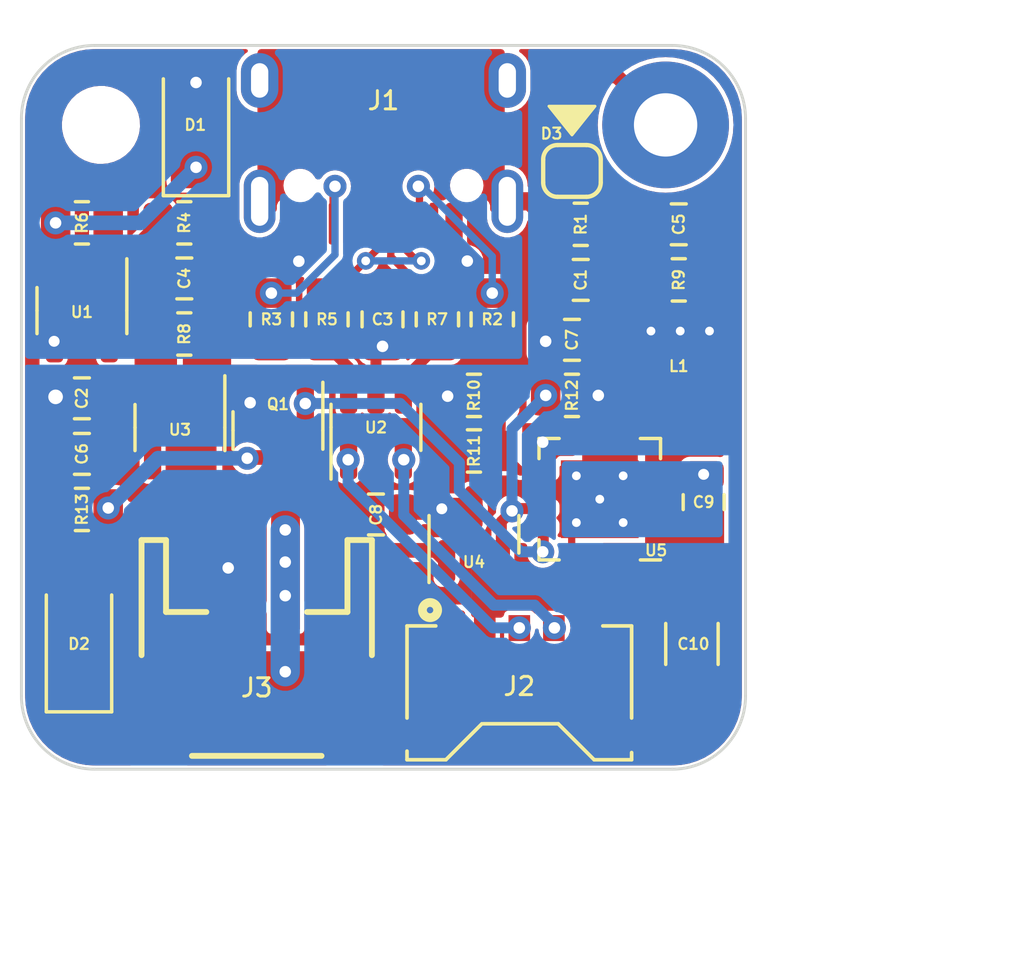
<source format=kicad_pcb>
(kicad_pcb (version 20211014) (generator pcbnew)
  (title_block (title "Luna65 Daughter Board") (date "2022-03-04") (rev "C") (company "Neil Khera"))
  (layers (0 "F.Cu" mixed) (31 "B.Cu" mixed) (34 "B.Paste" user) (35 "F.Paste" user) (36 "B.SilkS" user "B.Silkscreen") (37 "F.SilkS" user "F.Silkscreen") (38 "B.Mask" user) (39 "F.Mask" user) (44 "Edge.Cuts" user))
  (net 0 "")
  (net 1 "GND")
  (net 2 "/SHIELD")
  (net 3 "Net-(D1-Pad1)")
  (net 4 "VUSB")
  (net 5 "CASE")
  (net 6 "Net-(J1-PadA5)")
  (net 7 "DBus+")
  (net 8 "DBus-")
  (net 10 "Net-(J1-PadB5)")
  (net 12 "3.3V")
  (net 13 "Net-(R4-Pad1)")
  (net 14 "/DN")
  (net 15 "Net-(R6-Pad1)")
  (net 16 "/DP")
  (net 17 "Net-(R8-Pad2)")
  (net 18 "Net-(C5-Pad1)")
  (net 19 "D-")
  (net 20 "D+")
  (net 22 "VBAT")
  (net 23 "5V")
  (net 24 "Net-(R10-Pad2)")
  (net 25 "Net-(L1-Pad2)")
  (net 26 "Net-(D2-Pad2)")
  (net 27 "/LBO")
  (net 28 "Net-(Q1-Pad3)")
  (net 29 "/EN")
  (footprint "LED_SMD:LED_1206_3216Metric_Pad1.42x1.75mm_HandSolder" (layer "F.Cu") (at 96.2914 52.6542 90)
    (fp_text reference "D1" (at 0 -0.0254) (layer "F.SilkS") (effects (font (size 0.381 0.381) (thickness 0.0762))))
    (fp_text value "Green")
    (pad "1" smd roundrect (at -1.4875 0 90) (size 1.425 1.75) (layers "F.Cu" "F.Paste" "F.Mask") (roundrect_rratio 0.1754392982) (net 3 "Net-(D1-Pad1)"))
    (pad "2" smd roundrect (at 1.4875 0 90) (size 1.425 1.75) (layers "F.Cu" "F.Paste" "F.Mask") (roundrect_rratio 0.1754392982) (net 4 "VUSB"))
  )
  (footprint "Package_TO_SOT_SMD:SOT-23" (layer "F.Cu") (at 105.9434 66.8782 90)
    (fp_text reference "U4" (at -0.9652 0 180) (layer "F.SilkS") (effects (font (size 0.381 0.381) (thickness 0.0762))))
    (fp_text value "APX803L")
    (pad "1" smd roundrect (at -0.9375 -0.95 90) (size 1.475 0.6) (layers "F.Cu" "F.Paste" "F.Mask") (net 1 "GND"))
    (pad "2" smd roundrect (at -0.9375 0.95 90) (size 1.475 0.6) (layers "F.Cu" "F.Paste" "F.Mask") (net 29 "/EN"))
    (pad "3" smd roundrect (at 0.9375 0 90) (size 1.475 0.6) (layers "F.Cu" "F.Paste" "F.Mask") (net 22 "VBAT"))
  )
  (footprint "acheron_Components:C_0805_2012Metric" (layer "F.Cu") (at 102.5398 66.1901 180)
    (fp_text reference "C8" (at -0.0047 -0.0096 90) (layer "F.SilkS") (effects (font (size 0.381 0.381) (thickness 0.0762))))
    (fp_text value "10uF")
    (pad "1" smd roundrect locked (at -0.9375 0 180) (size 0.975 1.4) (layers "F.Cu" "F.Paste" "F.Mask") (net 22 "VBAT"))
    (pad "2" smd roundrect locked (at 0.9375 0 180) (size 0.975 1.4) (layers "F.Cu" "F.Paste" "F.Mask") (net 1 "GND"))
  )
  (footprint "Resistor_SMD:R_0805_2012Metric" (layer "F.Cu") (at 105.9434 63.9826 180)
    (fp_text reference "R11" (at 0 0 90) (layer "F.SilkS") (effects (font (size 0.381 0.381) (thickness 0.0762))))
    (fp_text value "390K")
    (pad "1" smd roundrect (at -0.9125 0 180) (size 1.025 1.4) (layers "F.Cu" "F.Paste" "F.Mask") (roundrect_rratio 0.243902439) (net 24 "Net-(R10-Pad2)"))
    (pad "2" smd roundrect (at 0.9125 0 180) (size 1.025 1.4) (layers "F.Cu" "F.Paste" "F.Mask") (roundrect_rratio 0.243902439) (net 1 "GND"))
  )
  (footprint "Resistor_SMD:R_0805_2012Metric" (layer "F.Cu") (at 105.9434 62.0522)
    (fp_text reference "R10" (at 0 0 90) (layer "F.SilkS") (effects (font (size 0.381 0.381) (thickness 0.0762))))
    (fp_text value "2.34M")
    (pad "1" smd roundrect (at -0.9125 0) (size 1.025 1.4) (layers "F.Cu" "F.Paste" "F.Mask") (roundrect_rratio 0.243902439) (net 22 "VBAT"))
    (pad "2" smd roundrect (at 0.9125 0) (size 1.025 1.4) (layers "F.Cu" "F.Paste" "F.Mask") (roundrect_rratio 0.243902439) (net 24 "Net-(R10-Pad2)"))
  )
  (footprint "Resistor_SMD:R_0805_2012Metric" (layer "F.Cu") (at 113.0554 58.039 180)
    (fp_text reference "R9" (at 0 0 90) (layer "F.SilkS") (effects (font (size 0.381 0.381) (thickness 0.0762))))
    (fp_text value "1M")
    (pad "1" smd roundrect (at -0.9125 0 180) (size 1.025 1.4) (layers "F.Cu" "F.Paste" "F.Mask") (roundrect_rratio 0.243902439) (net 1 "GND"))
    (pad "2" smd roundrect (at 0.9125 0 180) (size 1.025 1.4) (layers "F.Cu" "F.Paste" "F.Mask") (roundrect_rratio 0.243902439) (net 18 "Net-(C5-Pad1)"))
  )
  (footprint "acheron_Components:C_0805_2012Metric" (layer "F.Cu") (at 109.6518 58.039 180)
    (fp_text reference "C1" (at 0 0 90) (layer "F.SilkS") (effects (font (size 0.381 0.381) (thickness 0.0762))))
    (fp_text value "4.7nF")
    (pad "1" smd roundrect locked (at -0.9375 0 180) (size 0.975 1.4) (layers "F.Cu" "F.Paste" "F.Mask") (net 1 "GND"))
    (pad "2" smd roundrect locked (at 0.9375 0 180) (size 0.975 1.4) (layers "F.Cu" "F.Paste" "F.Mask") (net 2 "/SHIELD"))
  )
  (footprint "acheron_Components:C_0805_2012Metric" (layer "F.Cu") (at 102.7684 59.4106 -90)
    (fp_text reference "C3" (at 0 0) (layer "F.SilkS") (effects (font (size 0.381 0.381) (thickness 0.0762))))
    (fp_text value "0.1uF")
    (pad "1" smd roundrect locked (at -0.9375 0 270) (size 0.975 1.4) (layers "F.Cu" "F.Paste" "F.Mask") (net 1 "GND"))
    (pad "2" smd roundrect locked (at 0.9375 0 270) (size 0.975 1.4) (layers "F.Cu" "F.Paste" "F.Mask") (net 4 "VUSB"))
  )
  (footprint "Capacitor_SMD:C_1206_3216Metric" (layer "F.Cu") (at 113.5126 70.6882 -90)
    (fp_text reference "C10" (at 0 -0.0508 180) (layer "F.SilkS") (effects (font (size 0.381 0.381) (thickness 0.0762))))
    (fp_text value "220uF")
    (pad "1" smd roundrect (at -1.475 0 270) (size 1.15 1.8) (layers "F.Cu" "F.Paste" "F.Mask") (roundrect_rratio 0.2173913043) (net 23 "5V"))
    (pad "2" smd roundrect (at 1.475 0 270) (size 1.15 1.8) (layers "F.Cu" "F.Paste" "F.Mask") (roundrect_rratio 0.2173913043) (net 1 "GND"))
  )
  (footprint "acheron_Components:C_0805_2012Metric" (layer "F.Cu") (at 92.329 64.0842 180)
    (fp_text reference "C6" (at 0.0023 0 90) (layer "F.SilkS") (effects (font (size 0.381 0.381) (thickness 0.0762))))
    (fp_text value "1uF")
    (pad "1" smd roundrect locked (at -0.9375 0 180) (size 0.975 1.4) (layers "F.Cu" "F.Paste" "F.Mask") (net 12 "3.3V"))
    (pad "2" smd roundrect locked (at 0.9375 0 180) (size 0.975 1.4) (layers "F.Cu" "F.Paste" "F.Mask") (net 1 "GND"))
  )
  (footprint "Package_TO_SOT_SMD:SOT-23" (layer "F.Cu") (at 99.1362 63.2714 -90)
    (fp_text reference "Q1" (at -0.9144 0 180) (layer "F.SilkS") (effects (font (size 0.381 0.381) (thickness 0.0762))))
    (fp_text value "MMUN2133LT1G")
    (pad "1" smd roundrect (at -0.9375 -0.95 270) (size 1.475 0.6) (layers "F.Cu" "F.Paste" "F.Mask") (net 27 "/LBO"))
    (pad "2" smd roundrect (at -0.9375 0.95 270) (size 1.475 0.6) (layers "F.Cu" "F.Paste" "F.Mask") (net 22 "VBAT"))
    (pad "3" smd roundrect (at 0.9375 0 270) (size 1.475 0.6) (layers "F.Cu" "F.Paste" "F.Mask") (net 28 "Net-(Q1-Pad3)"))
  )
  (footprint "Luna65:MOLEX_78171-0005" (layer "F.Cu") (at 107.5182 72.011743)
    (fp_text reference "J2" (at 0 0.149648) (layer "F.SilkS") (effects (font (size 0.635 0.635) (thickness 0.1016))))
    (fp_text value "Molex Power")
    (pad "1" smd rect locked (at -2.4 -1.875) (size 0.75 0.9) (layers "F.Cu" "F.Paste" "F.Mask") (net 12 "3.3V"))
    (pad "2" smd rect locked (at -1.2 -1.875) (size 0.75 0.9) (layers "F.Cu" "F.Paste" "F.Mask") (net 23 "5V"))
    (pad "3" smd rect locked (at 0 -1.875) (size 0.75 0.9) (layers "F.Cu" "F.Paste" "F.Mask") (net 19 "D-"))
    (pad "4" smd rect locked (at 1.2 -1.875) (size 0.75 0.9) (layers "F.Cu" "F.Paste" "F.Mask") (net 20 "D+"))
    (pad "5" smd rect locked (at 2.4 -1.875) (size 0.75 0.9) (layers "F.Cu" "F.Paste" "F.Mask") (net 1 "GND"))
    (pad "P$6" smd rect locked (at -3.6 1.875) (size 0.75 0.85) (layers "F.Cu" "F.Paste" "F.Mask"))
    (pad "P$7" smd rect locked (at 3.575 1.875) (size 0.75 0.85) (layers "F.Cu" "F.Paste" "F.Mask"))
  )
  (footprint "Resistor_SMD:R_0805_2012Metric" (layer "F.Cu") (at 100.838 59.4106 -90)
    (fp_text reference "R5" (at 0 0) (layer "F.SilkS") (effects (font (size 0.381 0.381) (thickness 0.0762))))
    (fp_text value "22")
    (pad "1" smd roundrect (at -0.9125 0 270) (size 1.025 1.4) (layers "F.Cu" "F.Paste" "F.Mask") (roundrect_rratio 0.243902439) (net 8 "DBus-"))
    (pad "2" smd roundrect (at 0.9125 0 270) (size 1.025 1.4) (layers "F.Cu" "F.Paste" "F.Mask") (roundrect_rratio 0.243902439) (net 14 "/DN"))
  )
  (footprint "acheron_Components:C_0805_2012Metric" (layer "F.Cu") (at 109.347 60.1218)
    (fp_text reference "C7" (at 0 0 90) (layer "F.SilkS") (effects (font (size 0.381 0.381) (thickness 0.0762))))
    (fp_text value "0.1uF")
    (pad "1" smd roundrect locked (at -0.9375 0) (size 0.975 1.4) (layers "F.Cu" "F.Paste" "F.Mask") (net 22 "VBAT"))
    (pad "2" smd roundrect locked (at 0.9375 0) (size 0.975 1.4) (layers "F.Cu" "F.Paste" "F.Mask") (net 1 "GND"))
  )
  (footprint "acheron_Components:C_0805_2012Metric" (layer "F.Cu") (at 92.329 62.1538 180)
    (fp_text reference "C2" (at 0.0023 0 90) (layer "F.SilkS") (effects (font (size 0.381 0.381) (thickness 0.0762))))
    (fp_text value "10uF")
    (pad "1" smd roundrect locked (at -0.9375 0 180) (size 0.975 1.4) (layers "F.Cu" "F.Paste" "F.Mask") (net 1 "GND"))
    (pad "2" smd roundrect locked (at 0.9375 0 180) (size 0.975 1.4) (layers "F.Cu" "F.Paste" "F.Mask") (net 22 "VBAT"))
  )
  (footprint "Resistor_SMD:R_0805_2012Metric" (layer "F.Cu") (at 92.329 66.0146 180)
    (fp_text reference "R13" (at 0 0 90) (layer "F.SilkS") (effects (font (size 0.381 0.381) (thickness 0.0762))))
    (fp_text value "1K")
    (pad "1" smd roundrect (at -0.9125 0 180) (size 1.025 1.4) (layers "F.Cu" "F.Paste" "F.Mask") (roundrect_rratio 0.243902439) (net 28 "Net-(Q1-Pad3)"))
    (pad "2" smd roundrect (at 0.9125 0 180) (size 1.025 1.4) (layers "F.Cu" "F.Paste" "F.Mask") (roundrect_rratio 0.243902439) (net 26 "Net-(D2-Pad2)"))
  )
  (footprint "MountingHole:MountingHole_2.2mm_M2" (layer "F.Cu") (at 92.9894 52.6542)
    (fp_text reference "H1" hide)
    (fp_text value "MountingHole")
    (pad "" np_thru_hole circle (at 0 0) (size 2.2 2.2) (drill 2.2) (layers *.Cu *.Mask))
  )
  (footprint "acheron_Components:D_SOD-123" (layer "F.Cu") (at 109.347 52.6034 90)
    (fp_text reference "D3" (at -0.354 -0.7112 unlocked) (layer "F.SilkS") (effects (font (size 0.381 0.381) (thickness 0.0762))))
    (fp_text value "1N4148W")
    (pad "1" smd roundrect (at -1.65 0 90) (size 1 1.2) (layers "F.Cu" "F.Paste" "F.Mask") (net 18 "Net-(C5-Pad1)"))
    (pad "2" smd roundrect (at 1.65 0 90) (size 1 1.2) (layers "F.Cu" "F.Paste" "F.Mask") (net 5 "CASE"))
  )
  (footprint "Resistor_SMD:R_0805_2012Metric" (layer "F.Cu") (at 109.6518 56.1086)
    (fp_text reference "R1" (at 0 0 90) (layer "F.SilkS") (effects (font (size 0.381 0.381) (thickness 0.0762))))
    (fp_text value "1M")
    (pad "1" smd roundrect (at -0.9125 0) (size 1.025 1.4) (layers "F.Cu" "F.Paste" "F.Mask") (roundrect_rratio 0.243902439) (net 2 "/SHIELD"))
    (pad "2" smd roundrect (at 0.9125 0) (size 1.025 1.4) (layers "F.Cu" "F.Paste" "F.Mask") (roundrect_rratio 0.243902439) (net 1 "GND"))
  )
  (footprint "Resistor_SMD:R_0805_2012Metric" (layer "F.Cu") (at 95.885 56.0578)
    (fp_text reference "R4" (at 0 0 90) (layer "F.SilkS") (effects (font (size 0.381 0.381) (thickness 0.0762))))
    (fp_text value "2K")
    (pad "1" smd roundrect (at -0.9125 0) (size 1.025 1.4) (layers "F.Cu" "F.Paste" "F.Mask") (roundrect_rratio 0.243902439) (net 13 "Net-(R4-Pad1)"))
    (pad "2" smd roundrect (at 0.9125 0) (size 1.025 1.4) (layers "F.Cu" "F.Paste" "F.Mask") (roundrect_rratio 0.243902439) (net 1 "GND"))
  )
  (footprint "Adafruit Feather 32u4 Bluefruit LE:JSTPH2" (layer "F.Cu") (at 98.3996 71.5772 180)
    (fp_text reference "J3" (at 0 -0.631994) (layer "F.SilkS") (effects (font (size 0.635 0.635) (thickness 0.1016))))
    (fp_text value "JSTPH" hide)
    (pad "1" smd rect (at -1 3.7 180) (size 1 4.6) (layers "F.Cu" "F.Paste" "F.Mask") (net 1 "GND"))
    (pad "2" smd rect (at 1 3.7 180) (size 1 4.6) (layers "F.Cu" "F.Paste" "F.Mask") (net 22 "VBAT"))
    (pad "NC1" smd rect (at -3.399993 -1.499997 270) (size 3.400001 1.6) (layers "F.Cu" "F.Paste" "F.Mask"))
    (pad "NC2" smd rect (at 3.399993 -1.499997 270) (size 3.400001 1.6) (layers "F.Cu" "F.Paste" "F.Mask"))
  )
  (footprint "Resistor_SMD:R_0805_2012Metric" (layer "F.Cu") (at 104.6734 59.4106 90)
    (fp_text reference "R7" (at 0.0019 -0.0112 180) (layer "F.SilkS") (effects (font (size 0.381 0.381) (thickness 0.0762))))
    (fp_text value "22")
    (pad "1" smd roundrect (at -0.9125 0 90) (size 1.025 1.4) (layers "F.Cu" "F.Paste" "F.Mask") (roundrect_rratio 0.243902439) (net 16 "/DP"))
    (pad "2" smd roundrect (at 0.9125 0 90) (size 1.025 1.4) (layers "F.Cu" "F.Paste" "F.Mask") (roundrect_rratio 0.243902439) (net 7 "DBus+"))
  )
  (footprint "Resistor_SMD:R_0805_2012Metric" (layer "F.Cu") (at 92.329 56.0578 180)
    (fp_text reference "R6" (at 0 0 90) (layer "F.SilkS") (effects (font (size 0.381 0.381) (thickness 0.0762))))
    (fp_text value "1K")
    (pad "1" smd roundrect (at -0.9125 0 180) (size 1.025 1.4) (layers "F.Cu" "F.Paste" "F.Mask") (roundrect_rratio 0.243902439) (net 15 "Net-(R6-Pad1)"))
    (pad "2" smd roundrect (at 0.9125 0 180) (size 1.025 1.4) (layers "F.Cu" "F.Paste" "F.Mask") (roundrect_rratio 0.243902439) (net 3 "Net-(D1-Pad1)"))
  )
  (footprint "LED_SMD:LED_1206_3216Metric_Pad1.42x1.75mm_HandSolder" (layer "F.Cu") (at 92.2274 70.5866 90)
    (fp_text reference "D2" (at -0.1016 0 180) (layer "F.SilkS") (effects (font (size 0.381 0.381) (thickness 0.0762))))
    (fp_text value "Red")
    (pad "1" smd roundrect (at -1.4875 0 90) (size 1.425 1.75) (layers "F.Cu" "F.Paste" "F.Mask") (roundrect_rratio 0.1754392982) (net 1 "GND"))
    (pad "2" smd roundrect (at 1.4875 0 90) (size 1.425 1.75) (layers "F.Cu" "F.Paste" "F.Mask") (roundrect_rratio 0.1754392982) (net 26 "Net-(D2-Pad2)"))
  )
  (footprint "Resistor_SMD:R_0805_2012Metric" (layer "F.Cu") (at 95.885 59.9186 180)
    (fp_text reference "R8" (at 0 0 90) (layer "F.SilkS") (effects (font (size 0.381 0.381) (thickness 0.0762))))
    (fp_text value "100K")
    (pad "1" smd roundrect (at -0.9125 0 180) (size 1.025 1.4) (layers "F.Cu" "F.Paste" "F.Mask") (roundrect_rratio 0.243902439) (net 23 "5V"))
    (pad "2" smd roundrect (at 0.9125 0 180) (size 1.025 1.4) (layers "F.Cu" "F.Paste" "F.Mask") (roundrect_rratio 0.243902439) (net 17 "Net-(R8-Pad2)"))
  )
  (footprint "MountingHole:MountingHole_2.2mm_M2_Pad" (layer "F.Cu") (at 112.5982 52.6542)
    (fp_text reference "H2" hide)
    (fp_text value "MountingHole")
    (pad "1" thru_hole circle (at 0 0) (size 4.4 4.4) (drill 2.2) (layers *.Cu *.Mask) (net 5 "CASE"))
  )
  (footprint "acheron_Components:C_0805_2012Metric" (layer "F.Cu") (at 95.885 57.9882 180)
    (fp_text reference "C4" (at 0 0 90) (layer "F.SilkS") (effects (font (size 0.381 0.381) (thickness 0.0762))))
    (fp_text value "10uF")
    (pad "1" smd roundrect locked (at -0.9375 0 180) (size 0.975 1.4) (layers "F.Cu" "F.Paste" "F.Mask") (net 23 "5V"))
    (pad "2" smd roundrect locked (at 0.9375 0 180) (size 0.975 1.4) (layers "F.Cu" "F.Paste" "F.Mask") (net 1 "GND"))
  )
  (footprint "Resistor_SMD:R_0805_2012Metric" (layer "F.Cu") (at 106.5784 59.4106 90)
    (fp_text reference "R2" (at 0 0 180) (layer "F.SilkS") (effects (font (size 0.381 0.381) (thickness 0.0762))))
    (fp_text value "5.1K")
    (pad "1" smd roundrect (at -0.9125 0 90) (size 1.025 1.4) (layers "F.Cu" "F.Paste" "F.Mask") (roundrect_rratio 0.243902439) (net 1 "GND"))
    (pad "2" smd roundrect (at 0.9125 0 90) (size 1.025 1.4) (layers "F.Cu" "F.Paste" "F.Mask") (roundrect_rratio 0.243902439) (net 6 "Net-(J1-PadA5)"))
  )
  (footprint "Package_TO_SOT_SMD:SOT-23-6" (layer "F.Cu") (at 102.5398 63.162 90)
    (fp_text reference "U2" (at -0.0055 0.000011) (layer "F.SilkS") (effects (font (size 0.381 0.381) (thickness 0.0762))))
    (fp_text value "USBLC6-2SC6")
    (pad "1" smd roundrect (at -1.1375 -0.95 90) (size 1.325 0.6) (layers "F.Cu" "F.Paste" "F.Mask") (net 19 "D-"))
    (pad "2" smd roundrect (at -1.1375 0 90) (size 1.325 0.6) (layers "F.Cu" "F.Paste" "F.Mask") (net 1 "GND"))
    (pad "3" smd roundrect (at -1.1375 0.95 90) (size 1.325 0.6) (layers "F.Cu" "F.Paste" "F.Mask") (net 20 "D+"))
    (pad "4" smd roundrect (at 1.1375 0.95 90) (size 1.325 0.6) (layers "F.Cu" "F.Paste" "F.Mask") (net 16 "/DP"))
    (pad "5" smd roundrect (at 1.1375 0 90) (size 1.325 0.6) (layers "F.Cu" "F.Paste" "F.Mask") (net 4 "VUSB"))
    (pad "6" smd roundrect (at 1.1375 -0.95 90) (size 1.325 0.6) (layers "F.Cu" "F.Paste" "F.Mask") (net 14 "/DN"))
  )
  (footprint "Package_TO_SOT_SMD:SOT-23-5" (layer "F.Cu") (at 95.7326 63.1698 -90)
    (fp_text reference "U3" (at 0.0762 0) (layer "F.SilkS") (effects (font (size 0.381 0.381) (thickness 0.0762))))
    (fp_text value "AP2112")
    (pad "1" smd roundrect (at -1.1375 -0.95 270) (size 1.325 0.6) (layers "F.Cu" "F.Paste" "F.Mask") (net 23 "5V"))
    (pad "2" smd roundrect (at -1.1375 0 270) (size 1.325 0.6) (layers "F.Cu" "F.Paste" "F.Mask") (net 1 "GND"))
    (pad "3" smd roundrect (at -1.1375 0.95 270) (size 1.325 0.6) (layers "F.Cu" "F.Paste" "F.Mask") (net 17 "Net-(R8-Pad2)"))
    (pad "4" smd roundrect (at 1.1375 0.95 270) (size 1.325 0.6) (layers "F.Cu" "F.Paste" "F.Mask"))
    (pad "5" smd roundrect (at 1.1375 -0.95 270) (size 1.325 0.6) (layers "F.Cu" "F.Paste" "F.Mask") (net 12 "3.3V"))
  )
  (footprint "Luna65:XAL4030" (layer "F.Cu") (at 113.0554 61.0362 -90)
    (fp_text reference "L1" (at 0 0 unlocked) (layer "F.SilkS") (effects (font (size 0.381 0.381) (thickness 0.0762))))
    (fp_text value "6.8uH XAL4030")
    (pad "1" smd custom (at -1.2 0 270) (size 0.743 0.762) (layers "F.Cu" "F.Paste" "F.Mask") (net 22 "VBAT") (options (clearance outline) (anchor rect)) (primitives (gr_rect (start -0.475 -1.7) (end 0.505 1.7) (width 0.05) (fill yes))))
    (pad "2" smd custom (at 1.2 0 270) (size 0.743 0.562) (layers "F.Cu" "F.Paste" "F.Mask") (net 25 "Net-(L1-Pad2)") (options (clearance outline) (anchor rect)) (primitives (gr_rect (start -0.505 -1.7) (end 0.475 1.7) (width 0.05) (fill yes))))
  )
  (footprint "Resistor_SMD:R_0805_2012Metric" (layer "F.Cu") (at 98.9076 59.4106 90)
    (fp_text reference "R3" (at 0 0 180) (layer "F.SilkS") (effects (font (size 0.381 0.381) (thickness 0.0762))))
    (fp_text value "5.1K")
    (pad "1" smd roundrect (at -0.9125 0 90) (size 1.025 1.4) (layers "F.Cu" "F.Paste" "F.Mask") (roundrect_rratio 0.243902439) (net 1 "GND"))
    (pad "2" smd roundrect (at 0.9125 0 90) (size 1.025 1.4) (layers "F.Cu" "F.Paste" "F.Mask") (roundrect_rratio 0.243902439) (net 10 "Net-(J1-PadB5)"))
  )
  (footprint "acheron_Components:C_0805_2012Metric" (layer "F.Cu") (at 113.0554 56.1086)
    (fp_text reference "C5" (at 0 0 90) (layer "F.SilkS") (effects (font (size 0.381 0.381) (thickness 0.0762))))
    (fp_text value "4.7nF")
    (pad "1" smd roundrect locked (at -0.9375 0) (size 0.975 1.4) (layers "F.Cu" "F.Paste" "F.Mask") (net 18 "Net-(C5-Pad1)"))
    (pad "2" smd roundrect locked (at 0.9375 0) (size 0.975 1.4) (layers "F.Cu" "F.Paste" "F.Mask") (net 1 "GND"))
  )
  (footprint "Package_TO_SOT_SMD:SOT-23-5" (layer "F.Cu") (at 92.329 59.1058 -90)
    (fp_text reference "U1" (at 0.0508 0) (layer "F.SilkS") (effects (font (size 0.381 0.381) (thickness 0.0762))))
    (fp_text value "MCP73831")
    (pad "1" smd roundrect (at -1.1375 -0.95 270) (size 1.325 0.6) (layers "F.Cu" "F.Paste" "F.Mask") (net 15 "Net-(R6-Pad1)"))
    (pad "2" smd roundrect (at -1.1375 0 270) (size 1.325 0.6) (layers "F.Cu" "F.Paste" "F.Mask") (net 1 "GND"))
    (pad "3" smd roundrect (at -1.1375 0.95 270) (size 1.325 0.6) (layers "F.Cu" "F.Paste" "F.Mask") (net 22 "VBAT"))
    (pad "4" smd roundrect (at 1.1375 0.95 270) (size 1.325 0.6) (layers "F.Cu" "F.Paste" "F.Mask") (net 4 "VUSB"))
    (pad "5" smd roundrect (at 1.1375 -0.95 270) (size 1.325 0.6) (layers "F.Cu" "F.Paste" "F.Mask") (net 13 "Net-(R4-Pad1)"))
  )
  (footprint "acheron_Components:C_0805_2012Metric" (layer "F.Cu") (at 113.919 65.7606 90)
    (fp_text reference "C9" (at 0 0) (layer "F.SilkS") (effects (font (size 0.381 0.381) (thickness 0.0762))))
    (fp_text value "2.2uF")
    (pad "1" smd roundrect locked (at -0.9375 0 90) (size 0.975 1.4) (layers "F.Cu" "F.Paste" "F.Mask") (net 23 "5V"))
    (pad "2" smd roundrect locked (at 0.9375 0 90) (size 0.975 1.4) (layers "F.Cu" "F.Paste" "F.Mask") (net 1 "GND"))
  )
  (footprint "Package_DFN_QFN:Texas_S-PVQFN-N16_EP2.7x2.7mm" (layer "F.Cu") (at 110.3122 65.659 180)
    (fp_text reference "U5" (at -1.9558 -1.778 180) (layer "F.SilkS") (effects (font (size 0.381 0.381) (thickness 0.0762))))
    (fp_text value "TPS61032RSAR")
    (pad "1" smd roundrect (at -1.9625 -0.975 180) (size 0.825 0.35) (layers "F.Cu" "F.Paste" "F.Mask") (net 23 "5V"))
    (pad "2" smd roundrect (at -1.9625 -0.325 180) (size 0.825 0.35) (layers "F.Cu" "F.Paste" "F.Mask"))
    (pad "3" smd roundrect (at -1.9625 0.325 180) (size 0.825 0.35) (layers "F.Cu" "F.Paste" "F.Mask") (net 25 "Net-(L1-Pad2)"))
    (pad "4" smd roundrect (at -1.9625 0.975 180) (size 0.825 0.35) (layers "F.Cu" "F.Paste" "F.Mask") (net 25 "Net-(L1-Pad2)"))
    (pad "5" smd roundrect (at -0.975 1.9625 180) (size 0.35 0.825) (layers "F.Cu" "F.Paste" "F.Mask") (net 1 "GND"))
    (pad "6" smd roundrect (at -0.325 1.9625 180) (size 0.35 0.825) (layers "F.Cu" "F.Paste" "F.Mask") (net 1 "GND"))
    (pad "7" smd roundrect (at 0.325 1.9625 180) (size 0.35 0.825) (layers "F.Cu" "F.Paste" "F.Mask") (net 1 "GND"))
    (pad "8" smd roundrect (at 0.975 1.9625 180) (size 0.35 0.825) (layers "F.Cu" "F.Paste" "F.Mask") (net 22 "VBAT"))
    (pad "9" smd roundrect (at 1.9625 0.975 180) (size 0.825 0.35) (layers "F.Cu" "F.Paste" "F.Mask") (net 24 "Net-(R10-Pad2)"))
    (pad "10" smd roundrect (at 1.9625 0.325 180) (size 0.825 0.35) (layers "F.Cu" "F.Paste" "F.Mask") (net 1 "GND"))
    (pad "11" smd roundrect (at 1.9625 -0.325 180) (size 0.825 0.35) (layers "F.Cu" "F.Paste" "F.Mask") (net 29 "/EN"))
    (pad "12" smd roundrect (at 1.9625 -0.975 180) (size 0.825 0.35) (layers "F.Cu" "F.Paste" "F.Mask") (net 27 "/LBO"))
    (pad "13" smd roundrect (at 0.975 -1.9625 180) (size 0.35 0.825) (layers "F.Cu" "F.Paste" "F.Mask") (net 1 "GND"))
    (pad "14" smd roundrect (at 0.325 -1.9625 180) (size 0.35 0.825) (layers "F.Cu" "F.Paste" "F.Mask"))
    (pad "15" smd roundrect (at -0.325 -1.9625 180) (size 0.35 0.825) (layers "F.Cu" "F.Paste" "F.Mask") (net 23 "5V"))
    (pad "16" smd roundrect (at -0.975 -1.9625 180) (size 0.35 0.825) (layers "F.Cu" "F.Paste" "F.Mask") (net 23 "5V"))
    (pad "17" smd rect (at 0 0 180) (size 2.7 2.7) (layers "F.Cu" "F.Mask") (net 1 "GND"))
  )
  (footprint "acheron_Connectors:USB_C_Receptacle_Hroparts_TYPE-C-31-M-12" (layer "F.Cu") (at 102.801141 56.809437 180)
    (fp_text reference "J1" (at 0 5) (layer "F.SilkS") (effects (font (size 0.635 0.635) (thickness 0.1016))))
    (fp_text value "TYPE-C-31-M12")
    (pad "" np_thru_hole circle (at -2.89 2.051 180) (size 0.65 0.65) (drill 0.65) (layers *.Cu *.Mask))
    (pad "" np_thru_hole circle (at 2.89 2.051 180) (size 0.65 0.65) (drill 0.65) (layers *.Cu *.Mask))
    (pad "A1" smd roundrect (at -3.25 0.725 180) (size 0.6 1.45) (layers "F.Cu" "F.Paste" "F.Mask") (net 1 "GND"))
    (pad "A4" smd roundrect (at -2.45 0.725 180) (size 0.6 1.45) (layers "F.Cu" "F.Paste" "F.Mask") (net 4 "VUSB"))
    (pad "A5" smd roundrect (at -1.25 0.725 180) (size 0.3 1.45) (layers "F.Cu" "F.Paste" "F.Mask") (net 6 "Net-(J1-PadA5)"))
    (pad "A6" smd roundrect (at -0.254 0.725 180) (size 0.3 1.45) (layers "F.Cu" "F.Paste" "F.Mask") (net 7 "DBus+"))
    (pad "A7" smd roundrect (at 0.25 0.725 180) (size 0.3 1.45) (layers "F.Cu" "F.Paste" "F.Mask") (net 8 "DBus-"))
    (pad "A8" smd roundrect (at 1.25 0.725 180) (size 0.3 1.45) (layers "F.Cu" "F.Paste" "F.Mask"))
    (pad "B1" smd roundrect (at 3.25 0.725 180) (size 0.6 1.45) (layers "F.Cu" "F.Paste" "F.Mask") (net 1 "GND"))
    (pad "B4" smd roundrect (at 2.45 0.725 180) (size 0.6 1.45) (layers "F.Cu" "F.Paste" "F.Mask") (net 4 "VUSB"))
    (pad "B5" smd roundrect (at 1.75 0.725 180) (size 0.3 1.45) (layers "F.Cu" "F.Paste" "F.Mask") (net 10 "Net-(J1-PadB5)"))
    (pad "B6" smd roundrect (at 0.75 0.725 180) (size 0.3 1.45) (layers "F.Cu" "F.Paste" "F.Mask") (net 7 "DBus+"))
    (pad "B7" smd roundrect (at -0.75 0.725 180) (size 0.3 1.45) (layers "F.Cu" "F.Paste" "F.Mask") (net 8 "DBus-"))
    (pad "B8" smd roundrect (at -1.75 0.725 180) (size 0.3 1.45) (layers "F.Cu" "F.Paste" "F.Mask"))
    (pad "S1" thru_hole oval (at -4.299991 1.499997 180) (size 1.1 2.2) (drill oval 0.6 1.7) (layers *.Cu *.Mask) (net 2 "/SHIELD"))
    (pad "S1" thru_hole oval (at -4.299991 5.699999 180) (size 1.3 1.9) (drill oval 0.6 1.2) (layers *.Cu *.Mask) (net 2 "/SHIELD"))
    (pad "S1" thru_hole oval (at 4.299992 1.499997 180) (size 1.1 2.2) (drill oval 0.6 1.7) (layers *.Cu *.Mask) (net 2 "/SHIELD"))
    (pad "S1" thru_hole oval (at 4.299992 5.699999 180) (size 1.3 1.9) (drill oval 0.6 1.2) (layers *.Cu *.Mask) (net 2 "/SHIELD"))
  )
  (footprint "Resistor_SMD:R_0805_2012Metric" (layer "F.Cu") (at 109.347 62.0522 180)
    (fp_text reference "R12" (at 0 0 90) (layer "F.SilkS") (effects (font (size 0.381 0.381) (thickness 0.0762))))
    (fp_text value "100K")
    (pad "1" smd roundrect (at -0.9125 0 180) (size 1.025 1.4) (layers "F.Cu" "F.Paste" "F.Mask") (roundrect_rratio 0.243902439) (net 22 "VBAT"))
    (pad "2" smd roundrect (at 0.9125 0 180) (size 1.025 1.4) (layers "F.Cu" "F.Paste" "F.Mask") (roundrect_rratio 0.243902439) (net 29 "/EN"))
  )
  (gr_line (start 92.768149 49.892949) (end 112.834149 49.892949) (layer "Edge.Cuts") (width 0.1))
  (gr_arc (start 90.228149 52.432949) (mid 90.972098 50.636898) (end 92.768149 49.892949) (layer "Edge.Cuts") (width 0.1))
  (gr_line (start 90.228149 72.498949) (end 90.228149 52.432949) (layer "Edge.Cuts") (width 0.1))
  (gr_arc (start 115.374149 72.498949) (mid 114.6302 74.295) (end 112.834149 75.038949) (layer "Edge.Cuts") (width 0.1))
  (gr_arc (start 112.834149 49.892949) (mid 114.6302 50.636898) (end 115.374149 52.432949) (layer "Edge.Cuts") (width 0.1))
  (gr_line (start 115.374149 52.432949) (end 115.374149 72.498949) (layer "Edge.Cuts") (width 0.1))
  (gr_line (start 112.834149 75.038949) (end 92.768149 75.038949) (layer "Edge.Cuts") (width 0.1))
  (gr_arc (start 92.768149 75.038949) (mid 90.972098 74.295) (end 90.228149 72.498949) (layer "Edge.Cuts") (width 0.1))
  (segment (start 95.7326 62.0323) (end 95.7326 62.641266) (width 0.508) (layer "F.Cu") (net 1))
  (segment (start 94.2825 63.1698) (end 93.2665 62.1538) (width 0.508) (layer "F.Cu") (net 1))
  (segment (start 109.3372 67.6215) (end 109.3372 66.634) (width 0.25) (layer "F.Cu") (net 1))
  (segment (start 92.329 57.9175) (end 92.329 57.0738) (width 0.5588) (layer "F.Cu") (net 1))
  (segment (start 101.6023 67.1091) (end 101.9302 67.437) (width 0.508) (layer "F.Cu") (net 1))
  (segment (start 104.6147 67.437) (end 104.9934 67.8157) (width 0.508) (layer "F.Cu") (net 1))
  (segment (start 95.204066 63.1698) (end 94.2825 63.1698) (width 0.508) (layer "F.Cu") (net 1))
  (segment (start 101.9302 67.437) (end 104.6147 67.437) (width 0.508) (layer "F.Cu") (net 1))
  (segment (start 95.7326 62.641266) (end 95.204066 63.1698) (width 0.508) (layer "F.Cu") (net 1))
  (segment (start 101.6023 66.1901) (end 101.6023 67.1091) (width 0.508) (layer "F.Cu") (net 1))
  (via (at 113.919 64.7954) (size 0.762) (drill 0.381) (layers "F.Cu" "B.Cu") (net 1))
  (via (at 99.3902 66.7258) (size 0.8) (drill 0.4) (layers "F.Cu" "B.Cu") (net 1))
  (via (at 110.3122 65.659) (size 0.635) (drill 0.3048) (layers "F.Cu" "B.Cu") (net 1))
  (via (at 99.3902 67.8434) (size 0.8) (drill 0.4) (layers "F.Cu" "B.Cu") (net 1))
  (via (at 109.4994 66.4718) (size 0.635) (drill 0.3048) (layers "F.Cu" "B.Cu") (net 1))
  (via (at 99.3902 69.0118) (size 0.8) (drill 0.4) (layers "F.Cu" "B.Cu") (net 1))
  (via (at 109.4994 64.8462) (size 0.635) (drill 0.3048) (layers "F.Cu" "B.Cu") (net 1))
  (via (at 111.125 66.4718) (size 0.635) (drill 0.3048) (layers "F.Cu" "B.Cu") (net 1))
  (via (at 99.3902 71.6534) (size 0.8) (drill 0.4) (layers "F.Cu" "B.Cu") (net 1))
  (via (at 111.125 64.8462) (size 0.635) (drill 0.3048) (layers "F.Cu" "B.Cu") (net 1))
  (segment (start 99.3902 71.6534) (end 99.3902 66.7258) (width 1.016) (layer "B.Cu") (net 1))
  (segment (start 107.89124 55.30944) (end 108.7143 56.1325) (width 0.635) (layer "F.Cu") (net 2))
  (segment (start 107.101132 55.30944) (end 107.89124 55.30944) (width 0.635) (layer "F.Cu") (net 2))
  (segment (start 108.7143 56.1325) (end 108.7143 58.039) (width 0.635) (layer "F.Cu") (net 2))
  (via (at 91.4146 56.0578) (size 0.8) (drill 0.4) (layers "F.Cu" "B.Cu") (net 3))
  (via (at 96.2914 54.1274) (size 0.8) (drill 0.4) (layers "F.Cu" "B.Cu") (net 3))
  (segment (start 94.361 56.0578) (end 96.2914 54.1274) (width 0.508) (layer "B.Cu") (net 3))
  (segment (start 91.4146 56.0578) (end 94.361 56.0578) (width 0.508) (layer "B.Cu") (net 3))
  (segment (start 99.861364 57.391612) (end 99.861364 57.388641) (width 0.5588) (layer "F.Cu") (net 4))
  (segment (start 105.712129 57.384713) (end 105.712129 57.359852) (width 0.5588) (layer "F.Cu") (net 4))
  (segment (start 105.712129 57.359852) (end 105.251141 56.898864) (width 0.5588) (layer "F.Cu") (net 4))
  (segment (start 105.251141 56.898864) (end 105.251141 56.084437) (width 0.5588) (layer "F.Cu") (net 4))
  (segment (start 100.351141 56.898864) (end 100.351141 56.084437) (width 0.5588) (layer "F.Cu") (net 4))
  (segment (start 99.861364 57.388641) (end 100.351141 56.898864) (width 0.5588) (layer "F.Cu") (net 4))
  (segment (start 102.5398 62.0245) (end 102.5398 60.5767) (width 0.381) (layer "F.Cu") (net 4))
  (via (at 96.2914 51.181) (size 0.8) (drill 0.4) (layers "F.Cu" "B.Cu") (net 4))
  (via (at 91.3638 60.1726) (size 0.762) (drill 0.381) (layers "F.Cu" "B.Cu") (net 4))
  (via (at 99.861364 57.391612) (size 0.8) (drill 0.4) (layers "F.Cu" "B.Cu") (net 4))
  (via (at 102.7684 60.3481) (size 0.8) (drill 0.4) (layers "F.Cu" "B.Cu") (net 4))
  (via (at 105.712129 57.384713) (size 0.8) (drill 0.4) (layers "F.Cu" "B.Cu") (net 4))
  (segment (start 110.8974 50.9534) (end 112.5982 52.6542) (width 0.508) (layer "F.Cu") (net 5))
  (segment (start 109.347 50.9534) (end 110.8974 50.9534) (width 0.508) (layer "F.Cu") (net 5))
  (segment (start 104.013 54.7878) (end 104.051141 54.825941) (width 0.254) (layer "F.Cu") (net 6))
  (segment (start 104.051141 54.825941) (end 104.051141 56.084437) (width 0.254) (layer "F.Cu") (net 6))
  (via (at 106.5784 58.4981) (size 0.8) (drill 0.4) (layers "F.Cu" "B.Cu") (net 6))
  (via (at 104.013 54.7878) (size 0.8) (drill 0.4) (layers "F.Cu" "B.Cu") (net 6))
  (segment (start 106.5784 57.223541) (end 106.5784 58.4981) (width 0.254) (layer "B.Cu") (net 6))
  (segment (start 104.142659 54.7878) (end 106.5784 57.223541) (width 0.254) (layer "B.Cu") (net 6))
  (segment (start 104.013 54.7878) (end 104.142659 54.7878) (width 0.254) (layer "B.Cu") (net 6))
  (segment (start 102.3874 54.8386) (end 102.743 54.8386) (width 0.254) (layer "F.Cu") (net 7))
  (segment (start 102.743 54.8386) (end 103.055141 55.150741) (width 0.254) (layer "F.Cu") (net 7))
  (segment (start 103.055141 56.084437) (end 103.055141 57.233541) (width 0.254) (layer "F.Cu") (net 7))
  (segment (start 102.051141 55.174859) (end 102.3874 54.8386) (width 0.254) (layer "F.Cu") (net 7))
  (segment (start 102.051141 56.084437) (end 102.051141 55.174859) (width 0.254) (layer "F.Cu") (net 7))
  (segment (start 103.055141 57.233541) (end 104.3197 58.4981) (width 0.254) (layer "F.Cu") (net 7))
  (segment (start 103.055141 55.150741) (end 103.055141 56.084437) (width 0.254) (layer "F.Cu") (net 7))
  (segment (start 102.551141 57.011659) (end 102.551141 56.084437) (width 0.254) (layer "F.Cu") (net 8))
  (segment (start 102.1842 57.3786) (end 102.551141 57.011659) (width 0.254) (layer "F.Cu") (net 8))
  (segment (start 103.9622 57.3786) (end 103.551141 56.967541) (width 0.254) (layer "F.Cu") (net 8))
  (segment (start 103.551141 56.967541) (end 103.551141 56.084437) (width 0.254) (layer "F.Cu") (net 8))
  (segment (start 104.1146 57.3786) (end 103.9622 57.3786) (width 0.254) (layer "F.Cu") (net 8))
  (segment (start 102.1842 57.3786) (end 101.0647 58.4981) (width 0.254) (layer "F.Cu") (net 8))
  (via (at 102.1842 57.3786) (size 0.6096) (drill 0.3048) (layers "F.Cu" "B.Cu") (net 8))
  (via (at 104.1146 57.3786) (size 0.6096) (drill 0.3048) (layers "F.Cu" "B.Cu") (net 8))
  (segment (start 104.1146 57.3786) (end 102.1842 57.3786) (width 0.254) (layer "B.Cu") (net 8))
  (segment (start 101.1174 54.7878) (end 101.051141 54.854059) (width 0.254) (layer "F.Cu") (net 10))
  (segment (start 101.051141 54.854059) (end 101.051141 56.084437) (width 0.254) (layer "F.Cu") (net 10))
  (via (at 98.9076 58.4981) (size 0.8) (drill 0.4) (layers "F.Cu" "B.Cu") (net 10))
  (via (at 101.1174 54.7878) (size 0.8) (drill 0.4) (layers "F.Cu" "B.Cu") (net 10))
  (segment (start 101.1174 57.163019) (end 99.782319 58.4981) (width 0.254) (layer "B.Cu") (net 10))
  (segment (start 99.782319 58.4981) (end 98.9076 58.4981) (width 0.254) (layer "B.Cu") (net 10))
  (segment (start 101.1174 54.7878) (end 101.1174 57.163019) (width 0.254) (layer "B.Cu") (net 10))
  (segment (start 93.279 60.1925) (end 93.279 59.629) (width 0.381) (layer "F.Cu") (net 13))
  (segment (start 94.0054 57.0249) (end 94.9725 56.0578) (width 0.381) (layer "F.Cu") (net 13))
  (segment (start 94.0054 58.9026) (end 94.0054 57.0249) (width 0.381) (layer "F.Cu") (net 13))
  (segment (start 93.279 59.629) (end 94.0054 58.9026) (width 0.381) (layer "F.Cu") (net 13))
  (segment (start 101.5898 62.0245) (end 101.5898 61.0749) (width 0.381) (layer "F.Cu") (net 14))
  (segment (start 101.5898 61.0749) (end 100.838 60.3231) (width 0.381) (layer "F.Cu") (net 14))
  (segment (start 93.279011 57.917512) (end 93.279011 56.09529) (width 0.508) (layer "F.Cu") (net 15))
  (segment (start 103.4898 61.5067) (end 104.6734 60.3231) (width 0.381) (layer "F.Cu") (net 16))
  (segment (start 103.4898 62.0245) (end 103.4898 61.5067) (width 0.381) (layer "F.Cu") (net 16))
  (segment (start 112.0921 56.1825) (end 112.0921 58.039) (width 0.381) (layer "F.Cu") (net 18))
  (segment (start 110.3874 54.2534) (end 112.069 55.935) (width 0.381) (layer "F.Cu") (net 18))
  (segment (start 109.347 54.2534) (end 110.3874 54.2534) (width 0.381) (layer "F.Cu") (net 18))
  (via (at 101.5746 64.2874) (size 0.8) (drill 0.4) (layers "F.Cu" "B.Cu") (net 19))
  (via (at 107.5182 70.1294) (size 0.8) (drill 0.4) (layers "F.Cu" "B.Cu") (net 19))
  (segment (start 101.5746 65.1002) (end 106.6038 70.1294) (width 0.381) (layer "B.Cu") (net 19))
  (segment (start 101.5746 64.2874) (end 101.5746 65.1002) (width 0.381) (layer "B.Cu") (net 19))
  (segment (start 106.6038 70.1294) (end 107.5182 70.1294) (width 0.381) (layer "B.Cu") (net 19))
  (via (at 103.505 64.2874) (size 0.8) (drill 0.4) (layers "F.Cu" "B.Cu") (net 20))
  (via (at 108.7374 70.1294) (size 0.8) (drill 0.4) (layers "F.Cu" "B.Cu") (net 20))
  (segment (start 108.7374 70.0278) (end 108.048989 69.339389) (width 0.381) (layer "B.Cu") (net 20))
  (segment (start 108.048989 69.339389) (end 106.634769 69.339389) (width 0.381) (layer "B.Cu") (net 20))
  (segment (start 106.634769 69.339389) (end 103.505 66.20962) (width 0.381) (layer "B.Cu") (net 20))
  (segment (start 108.7374 70.1294) (end 108.7374 70.0278) (width 0.381) (layer "B.Cu") (net 20))
  (segment (start 103.505 66.20962) (end 103.505 64.2874) (width 0.381) (layer "B.Cu") (net 20))
  (segment (start 104.9274 65.9915) (end 105.8926 65.9915) (width 0.762) (layer "F.Cu") (net 22))
  (segment (start 103.6759 65.9915) (end 103.4773 66.1901) (width 0.762) (layer "F.Cu") (net 22))
  (segment (start 104.9274 65.9915) (end 103.6759 65.9915) (width 0.762) (layer "F.Cu") (net 22))
  (via (at 112.0902 59.817) (size 0.635) (drill 0.3048) (layers "F.Cu" "B.Cu") (net 22))
  (via (at 98.171 62.3062) (size 0.8) (drill 0.4) (layers "F.Cu" "B.Cu") (net 22))
  (via (at 110.2614 62.0522) (size 0.8) (drill 0.4) (layers "F.Cu" "B.Cu") (net 22))
  (via (at 114.1222 59.817) (size 0.635) (drill 0.3048) (layers "F.Cu" "B.Cu") (net 22))
  (via (at 108.331 63.6778) (size 0.8) (drill 0.4) (layers "F.Cu" "B.Cu") (net 22))
  (via (at 104.8258 65.991511) (size 0.762) (drill 0.381) (layers "F.Cu" "B.Cu") (net 22))
  (via (at 113.1062 59.817) (size 0.635) (drill 0.3048) (layers "F.Cu" "B.Cu") (net 22))
  (via (at 91.4146 62.103) (size 0.889) (drill 0.508) (layers "F.Cu" "B.Cu") (net 22))
  (via (at 97.409 68.0466) (size 0.8) (drill 0.4) (layers "F.Cu" "B.Cu") (net 22))
  (via (at 108.4326 60.1726) (size 0.8) (drill 0.4) (layers "F.Cu" "B.Cu") (net 22))
  (via (at 105.029 62.0799) (size 0.8) (drill 0.4) (layers "F.Cu" "B.Cu") (net 22))
  (segment (start 108.3497 64.684) (end 107.5573 64.684) (width 0.3048) (layer "F.Cu") (net 24))
  (segment (start 106.855895 62.0522) (end 106.855895 63.9826) (width 0.381) (layer "F.Cu") (net 24))
  (segment (start 107.5573 64.684) (end 106.8559 63.9826) (width 0.3048) (layer "F.Cu") (net 24))
  (segment (start 91.4165 68.2882) (end 92.2274 69.0991) (width 0.508) (layer "F.Cu") (net 26))
  (segment (start 91.4165 65.913) (end 91.4165 68.2882) (width 0.508) (layer "F.Cu") (net 26))
  (segment (start 108.3497 66.634) (end 108.3497 67.4691) (width 0.381) (layer "F.Cu") (net 27))
  (segment (start 108.3497 67.4691) (end 108.331 67.4878) (width 0.381) (layer "F.Cu") (net 27))
  (via (at 108.331 67.4878) (size 0.8) (drill 0.4) (layers "F.Cu" "B.Cu") (net 27))
  (via (at 100.0862 62.3339) (size 0.8) (drill 0.4) (layers "F.Cu" "B.Cu") (net 27))
  (segment (start 107.569 67.4878) (end 105.4354 65.3542) (width 0.381) (layer "B.Cu") (net 27))
  (segment (start 105.4354 64.389) (end 103.3803 62.3339) (width 0.381) (layer "B.Cu") (net 27))
  (segment (start 108.331 67.4878) (end 107.569 67.4878) (width 0.381) (layer "B.Cu") (net 27))
  (segment (start 103.3803 62.3339) (end 100.0862 62.3339) (width 0.381) (layer "B.Cu") (net 27))
  (segment (start 105.4354 65.3542) (end 105.4354 64.389) (width 0.381) (layer "B.Cu") (net 27))
  (segment (start 98.0694 64.2366) (end 98.0971 64.2089) (width 0.508) (layer "F.Cu") (net 28))
  (segment (start 98.0971 64.2089) (end 99.1362 64.2089) (width 0.508) (layer "F.Cu") (net 28))
  (via (at 98.0694 64.2366) (size 0.8) (drill 0.4) (layers "F.Cu" "B.Cu") (net 28))
  (via (at 93.2434 65.9638) (size 0.8) (drill 0.4) (layers "F.Cu" "B.Cu") (net 28))
  (segment (start 94.9706 64.2366) (end 93.2434 65.9638) (width 0.508) (layer "B.Cu") (net 28))
  (segment (start 98.0694 64.2366) (end 94.9706 64.2366) (width 0.508) (layer "B.Cu") (net 28))
  (segment (start 108.3497 65.984) (end 107.3456 65.984) (width 0.381) (layer "F.Cu") (net 29))
  (segment (start 106.8934 66.4362) (end 107.2642 66.0654) (width 0.381) (layer "F.Cu") (net 29))
  (segment (start 107.3456 65.984) (end 107.2642 66.0654) (width 0.381) (layer "F.Cu") (net 29))
  (segment (start 106.8934 67.8157) (end 106.8934 66.4362) (width 0.381) (layer "F.Cu") (net 29))
  (via (at 107.2642 66.0654) (size 0.8) (drill 0.4) (layers "F.Cu" "B.Cu") (net 29))
  (via (at 108.4345 62.0522) (size 0.8) (drill 0.4) (layers "F.Cu" "B.Cu") (net 29))
  (segment (start 107.2642 63.2225) (end 108.4345 62.0522) (width 0.381) (layer "B.Cu") (net 29))
  (segment (start 107.2642 66.0654) (end 107.2642 63.2225) (width 0.381) (layer "B.Cu") (net 29))
  (zone (net 25) (net_name "Net-(L1-Pad2)") (layer "F.Cu") (connect_pads yes (clearance 0)) (min_thickness 0.254) (fill yes (thermal_gap 0.508) (thermal_bridge_width 0.508))
    (polygon (pts (xy 114.6302 65.659) (xy 111.887 65.659) (xy 111.887 62.865) (xy 111.0234 62.865) (xy 111.0234 61.3918) (xy 114.6302 61.3918)))
  )
  (zone (net 22) (net_name "VBAT") (layer "F.Cu") (connect_pads yes (clearance 0)) (min_thickness 0.254) (fill yes (thermal_gap 0.508) (thermal_bridge_width 0.508))
    (polygon (pts (xy 93.9546 62.0522) (xy 91.059 62.0522) (xy 91.059 57.531) (xy 93.9546 57.531)))
  )
  (zone (net 1) (net_name "GND") (layer "F.Cu") (connect_pads yes (clearance 0)) (min_thickness 0.254) (fill yes (thermal_gap 0.508) (thermal_bridge_width 0.508))
    (polygon (pts (xy 90.8558 62.2554) (xy 89.4842 62.2554) (xy 89.4842 57.3278) (xy 90.8558 57.3278)))
  )
  (zone (net 22) (net_name "VBAT") (layer "F.Cu") (connect_pads yes (clearance 0)) (min_thickness 0.254) (fill yes (thermal_gap 0.508) (thermal_bridge_width 0.508))
    (polygon (pts (xy 109.4994 64.2874) (xy 107.6198 64.2874) (xy 107.6198 63.0174) (xy 109.4994 63.0174)))
  )
  (zone (net 1) (net_name "GND") (layer "F.Cu") (connect_pads yes (clearance 0)) (min_thickness 0.127) (fill yes (thermal_gap 0.508) (thermal_bridge_width 0.508))
    (polygon (pts (xy 98.2218 55.9054) (xy 107.2134 55.9054) (xy 107.2134 49.149) (xy 116.0018 49.149) (xy 116.0018 61.1886) (xy 110.7694 61.1886) (xy 110.7694 63.0682) (xy 111.633 63.0682) (xy 111.633 66.9798) (xy 105.6386 66.9798) (xy 100.9142 66.9798) (xy 100.9142 60.7822) (xy 97.7138 60.7822) (xy 97.7138 57.3278) (xy 89.4842 57.3278) (xy 89.4842 49.149) (xy 98.2218 49.149)))
    (polygon (pts (xy 107.4166 62.8142) (xy 107.4166 64.4906) (xy 109.7026 64.4906) (xy 109.7026 62.8142)))
  )
  (zone (net 23) (net_name "5V") (layer "F.Cu") (connect_pads yes (clearance 0)) (min_thickness 0.254) (fill yes (thermal_gap 0.508) (thermal_bridge_width 0.508))
    (polygon (pts (xy 100.711 67.183) (xy 105.8418 67.183) (xy 105.8418 69.3166) (xy 97.2058 69.3166) (xy 97.2058 60.9854) (xy 100.711 60.9854)))
  )
  (zone (net 1) (net_name "GND") (layer "F.Cu") (connect_pads yes (clearance 0)) (min_thickness 0.127) (fill yes (thermal_gap 0.508) (thermal_bridge_width 0.508))
    (polygon (pts (xy 93.9546 62.9666) (xy 92.5322 62.9666) (xy 92.5322 65.9638) (xy 95.631 65.9638) (xy 95.631 70.9422) (xy 105.8418 70.9422) (xy 105.8418 69.977) (xy 116.0018 69.977) (xy 116.0018 75.6666) (xy 89.4842 75.6666) (xy 89.4842 62.2554) (xy 93.9546 62.2554)))
  )
  (zone (net 2) (net_name "/SHIELD") (layer "F.Cu") (connect_pads yes (clearance 0)) (min_thickness 0.254) (fill yes (thermal_gap 0.508) (thermal_bridge_width 0.508))
    (polygon (pts (xy 107.0102 55.7022) (xy 98.425 55.7022) (xy 98.425 49.149) (xy 107.0102 49.149)))
  )
  (zone (net 23) (net_name "5V") (layer "F.Cu") (connect_pads yes (clearance 0)) (min_thickness 0.254) (fill yes (thermal_gap 0.508) (thermal_bridge_width 0.508))
    (polygon (pts (xy 114.6302 69.7738) (xy 105.8418 69.7738) (xy 105.8418 67.183) (xy 111.887 67.183) (xy 111.887 65.8622) (xy 114.6302 65.8622)))
  )
  (zone (net 12) (net_name "3.3V") (layer "F.Cu") (connect_pads yes (clearance 0)) (min_thickness 0.254) (fill yes (thermal_gap 0.508) (thermal_bridge_width 0.508))
    (polygon (pts (xy 97.0026 69.5198) (xy 105.6386 69.5198) (xy 105.6386 70.739) (xy 95.8342 70.739) (xy 95.8342 65.7606) (xy 92.7354 65.7606) (xy 92.7354 63.373) (xy 97.0026 63.373)))
  )
  (zone (net 1) (net_name "GND") (layer "F.Cu") (connect_pads yes (clearance 0)) (min_thickness 0.127) (fill yes (thermal_gap 0.508) (thermal_bridge_width 0.508))
    (polygon (pts (xy 116.0018 69.977) (xy 114.8334 69.977) (xy 114.8334 61.1886) (xy 116.0018 61.1886)))
  )
  (zone (net 17) (net_name "Net-(R8-Pad2)") (layer "F.Cu") (connect_pads yes (clearance 0)) (min_thickness 0.254) (fill yes (thermal_gap 0.508) (thermal_bridge_width 0.508))
    (polygon (pts (xy 95.631 62.9666) (xy 94.1578 62.9666) (xy 94.1578 57.531) (xy 95.631 57.531)))
  )
  (zone (net 23) (net_name "5V") (layer "F.Cu") (connect_pads yes (clearance 0)) (min_thickness 0.254) (fill yes (thermal_gap 0.508) (thermal_bridge_width 0.508))
    (polygon (pts (xy 97.5106 63.1698) (xy 95.8342 63.1698) (xy 95.8342 57.531) (xy 97.5106 57.531)))
  )
  (zone (net 4) (net_name "VUSB") (layer "B.Cu") (connect_pads yes (clearance 0)) (min_thickness 0.254) (fill yes (thermal_gap 0.508) (thermal_bridge_width 0.508))
    (polygon (pts (xy 107.6198 60.7822) (xy 89.8398 60.7822) (xy 89.8398 56.8198) (xy 89.8398 49.403) (xy 107.6198 49.403)))
  )
  (zone (net 1) (net_name "GND") (layer "B.Cu") (connect_pads yes (clearance 0)) (min_thickness 0.254) (fill yes (thermal_gap 0.508) (thermal_bridge_width 0.508))
    (polygon (pts (xy 114.5794 66.9798) (xy 108.9914 66.9798) (xy 108.9914 64.3382) (xy 114.5794 64.3382)))
  )
  (zone (net 22) (net_name "VBAT") (layer "B.Cu") (connect_pads yes (clearance 0)) (min_thickness 0.127) (fill yes (thermal_gap 0.508) (thermal_bridge_width 0.508))
    (polygon (pts (xy 115.731205 75.354349) (xy 89.835133 75.354349) (xy 89.8398 60.9854) (xy 107.823 60.9854) (xy 107.823 49.403) (xy 115.731205 49.403)))
    (polygon (pts (xy 108.7882 64.135) (xy 108.7882 67.183) (xy 114.7826 67.183) (xy 114.7826 64.135)))
  )
)
</source>
